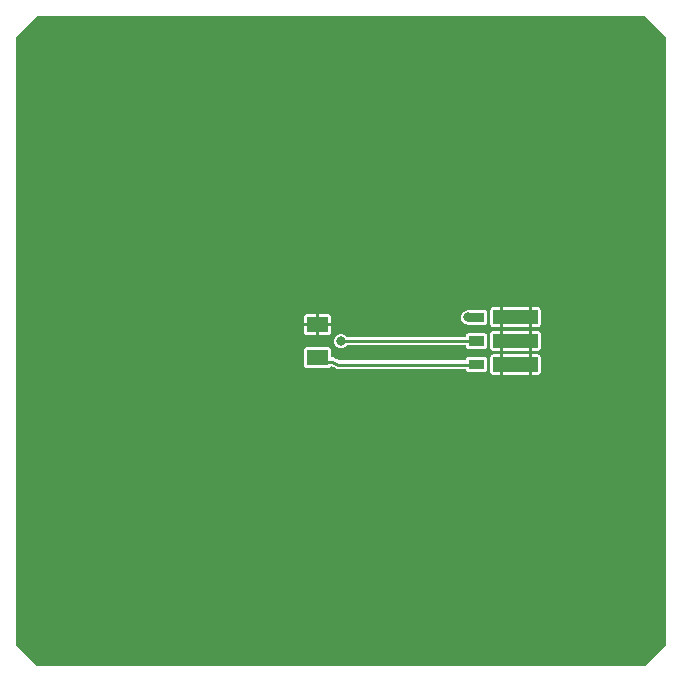
<source format=gbr>
G04 start of page 3 for group 3 idx 3 *
G04 Title: HERTZ_LP, backside *
G04 Creator: pcb v4.0.2-gafeb62a8 *
G04 CreationDate: Tue Feb  6 10:28:40 2018 UTC *
G04 For: stephan *
G04 Format: Gerber/RS-274X *
G04 PCB-Dimensions (mil): 2362.20 2362.20 *
G04 PCB-Coordinate-Origin: lower left *
%MOIN*%
%FSLAX25Y25*%
%LNBACKSIDE*%
%ADD22C,0.0118*%
%ADD21C,0.0945*%
%ADD20C,0.0315*%
%ADD19C,0.1142*%
%ADD18C,0.0098*%
%ADD17C,0.0001*%
G54D17*G36*
X176260Y226378D02*X219488D01*
X226378Y219488D01*
Y16732D01*
X219488Y9843D01*
X176260D01*
Y106879D01*
X183779Y106883D01*
X183932Y106920D01*
X184077Y106980D01*
X184212Y107063D01*
X184331Y107165D01*
X184434Y107284D01*
X184516Y107419D01*
X184576Y107564D01*
X184613Y107717D01*
X184622Y107874D01*
X184613Y112755D01*
X184576Y112908D01*
X184516Y113054D01*
X184434Y113188D01*
X184331Y113308D01*
X184212Y113410D01*
X184077Y113492D01*
X183932Y113552D01*
X183779Y113589D01*
X183622Y113598D01*
X176260Y113594D01*
Y114753D01*
X183779Y114757D01*
X183932Y114794D01*
X184077Y114854D01*
X184212Y114937D01*
X184331Y115039D01*
X184434Y115158D01*
X184516Y115293D01*
X184576Y115438D01*
X184613Y115591D01*
X184622Y115748D01*
X184613Y120629D01*
X184576Y120782D01*
X184516Y120928D01*
X184434Y121062D01*
X184331Y121182D01*
X184212Y121284D01*
X184077Y121366D01*
X183932Y121426D01*
X183779Y121463D01*
X183622Y121472D01*
X176260Y121468D01*
Y122627D01*
X183779Y122631D01*
X183932Y122668D01*
X184077Y122728D01*
X184212Y122811D01*
X184331Y122913D01*
X184434Y123032D01*
X184516Y123167D01*
X184576Y123312D01*
X184613Y123465D01*
X184622Y123622D01*
X184613Y128503D01*
X184576Y128656D01*
X184516Y128802D01*
X184434Y128936D01*
X184331Y129056D01*
X184212Y129158D01*
X184077Y129240D01*
X183932Y129300D01*
X183779Y129337D01*
X183622Y129346D01*
X176260Y129342D01*
Y226378D01*
G37*
G36*
X162449D02*X176260D01*
Y129342D01*
X168741Y129337D01*
X168588Y129300D01*
X168442Y129240D01*
X168308Y129158D01*
X168188Y129056D01*
X168086Y128936D01*
X168004Y128802D01*
X167944Y128656D01*
X167907Y128503D01*
X167898Y128346D01*
X167907Y123465D01*
X167944Y123312D01*
X168004Y123167D01*
X168086Y123032D01*
X168188Y122913D01*
X168308Y122811D01*
X168442Y122728D01*
X168588Y122668D01*
X168741Y122631D01*
X168898Y122622D01*
X176260Y122627D01*
Y121468D01*
X168741Y121463D01*
X168588Y121426D01*
X168442Y121366D01*
X168308Y121284D01*
X168188Y121182D01*
X168086Y121062D01*
X168004Y120928D01*
X167944Y120782D01*
X167907Y120629D01*
X167898Y120472D01*
X167907Y115591D01*
X167944Y115438D01*
X168004Y115293D01*
X168086Y115158D01*
X168188Y115039D01*
X168308Y114937D01*
X168442Y114854D01*
X168588Y114794D01*
X168741Y114757D01*
X168898Y114748D01*
X176260Y114753D01*
Y113594D01*
X168741Y113589D01*
X168588Y113552D01*
X168442Y113492D01*
X168308Y113410D01*
X168188Y113308D01*
X168086Y113188D01*
X168004Y113054D01*
X167944Y112908D01*
X167907Y112755D01*
X167898Y112598D01*
X167907Y107717D01*
X167944Y107564D01*
X168004Y107419D01*
X168086Y107284D01*
X168188Y107165D01*
X168308Y107063D01*
X168442Y106980D01*
X168588Y106920D01*
X168741Y106883D01*
X168898Y106874D01*
X176260Y106879D01*
Y9843D01*
X162449D01*
Y107664D01*
X165992Y107671D01*
X166145Y107707D01*
X166290Y107768D01*
X166424Y107850D01*
X166544Y107952D01*
X166646Y108072D01*
X166728Y108206D01*
X166789Y108351D01*
X166825Y108504D01*
X166835Y108661D01*
X166825Y111968D01*
X166789Y112121D01*
X166728Y112266D01*
X166646Y112401D01*
X166544Y112520D01*
X166424Y112623D01*
X166290Y112705D01*
X166145Y112765D01*
X165992Y112802D01*
X165835Y112811D01*
X162449Y112805D01*
Y115539D01*
X165992Y115545D01*
X166145Y115581D01*
X166290Y115642D01*
X166424Y115724D01*
X166544Y115826D01*
X166646Y115946D01*
X166728Y116080D01*
X166789Y116225D01*
X166825Y116379D01*
X166835Y116535D01*
X166825Y119842D01*
X166789Y119995D01*
X166728Y120140D01*
X166646Y120275D01*
X166544Y120394D01*
X166424Y120497D01*
X166290Y120579D01*
X166145Y120639D01*
X165992Y120676D01*
X165835Y120685D01*
X162449Y120679D01*
Y123413D01*
X165992Y123419D01*
X166145Y123455D01*
X166290Y123516D01*
X166424Y123598D01*
X166544Y123700D01*
X166646Y123820D01*
X166728Y123954D01*
X166789Y124099D01*
X166825Y124253D01*
X166835Y124409D01*
X166825Y127716D01*
X166789Y127869D01*
X166728Y128014D01*
X166646Y128149D01*
X166544Y128268D01*
X166424Y128371D01*
X166290Y128453D01*
X166145Y128513D01*
X165992Y128550D01*
X165835Y128559D01*
X162449Y128553D01*
Y226378D01*
G37*
G36*
X110236Y109118D02*X113893Y109122D01*
X114045Y109159D01*
X114190Y109219D01*
X114324Y109301D01*
X114443Y109403D01*
X114545Y109522D01*
X114627Y109656D01*
X114664Y109744D01*
X114809D01*
X116409Y108944D01*
X116454Y108917D01*
X116668Y108828D01*
X116674Y108826D01*
X116679Y108824D01*
X116787Y108799D01*
X116894Y108774D01*
X116899Y108773D01*
X116905Y108772D01*
X117137Y108755D01*
X117189Y108760D01*
X159694D01*
X159694Y108504D01*
X159731Y108351D01*
X159791Y108206D01*
X159874Y108072D01*
X159976Y107952D01*
X160095Y107850D01*
X160230Y107768D01*
X160375Y107707D01*
X160528Y107671D01*
X160685Y107661D01*
X162449Y107664D01*
Y9843D01*
X110236D01*
Y109118D01*
G37*
G36*
Y226378D02*X162449D01*
Y128553D01*
X160528Y128550D01*
X160375Y128513D01*
X160230Y128453D01*
X160095Y128371D01*
X160033Y128318D01*
X159701Y128238D01*
X159357Y128095D01*
X159040Y127901D01*
X158758Y127660D01*
X158516Y127377D01*
X158322Y127060D01*
X158180Y126716D01*
X158093Y126355D01*
X158064Y125984D01*
X158093Y125614D01*
X158180Y125252D01*
X158322Y124909D01*
X158516Y124592D01*
X158758Y124309D01*
X159040Y124067D01*
X159357Y123873D01*
X159701Y123731D01*
X160033Y123651D01*
X160095Y123598D01*
X160230Y123516D01*
X160375Y123455D01*
X160528Y123419D01*
X160685Y123409D01*
X162449Y123413D01*
Y120679D01*
X160528Y120676D01*
X160375Y120639D01*
X160230Y120579D01*
X160095Y120497D01*
X159976Y120394D01*
X159874Y120275D01*
X159791Y120140D01*
X159731Y119995D01*
X159694Y119842D01*
X159685Y119685D01*
X159685Y119587D01*
X119956D01*
X119786Y119786D01*
X119503Y120027D01*
X119186Y120221D01*
X118842Y120364D01*
X118481Y120451D01*
X118110Y120480D01*
X117740Y120451D01*
X117378Y120364D01*
X117035Y120221D01*
X116717Y120027D01*
X116435Y119786D01*
X116193Y119503D01*
X115999Y119186D01*
X115857Y118842D01*
X115770Y118481D01*
X115741Y118110D01*
X115770Y117740D01*
X115857Y117378D01*
X115999Y117035D01*
X116193Y116717D01*
X116435Y116435D01*
X116717Y116193D01*
X117035Y115999D01*
X117378Y115857D01*
X117740Y115770D01*
X118110Y115741D01*
X118481Y115770D01*
X118842Y115857D01*
X119186Y115999D01*
X119503Y116193D01*
X119786Y116435D01*
X119956Y116634D01*
X159694D01*
X159694Y116379D01*
X159731Y116225D01*
X159791Y116080D01*
X159874Y115946D01*
X159976Y115826D01*
X160095Y115724D01*
X160230Y115642D01*
X160375Y115581D01*
X160528Y115545D01*
X160685Y115535D01*
X162449Y115539D01*
Y112805D01*
X160528Y112802D01*
X160375Y112765D01*
X160230Y112705D01*
X160095Y112623D01*
X159976Y112520D01*
X159874Y112401D01*
X159791Y112266D01*
X159731Y112121D01*
X159694Y111968D01*
X159685Y111811D01*
X159685Y111713D01*
X117475D01*
X115874Y112513D01*
X115830Y112540D01*
X115615Y112629D01*
X115609Y112630D01*
X115604Y112632D01*
X115496Y112657D01*
X115389Y112683D01*
X115384Y112683D01*
X115378Y112685D01*
X115146Y112701D01*
X115094Y112697D01*
X114729D01*
X114724Y115267D01*
X114687Y115419D01*
X114627Y115564D01*
X114545Y115698D01*
X114443Y115817D01*
X114324Y115919D01*
X114190Y116001D01*
X114045Y116061D01*
X113893Y116098D01*
X113736Y116107D01*
X110236Y116103D01*
Y120118D01*
X113893Y120122D01*
X114045Y120159D01*
X114190Y120219D01*
X114324Y120301D01*
X114443Y120403D01*
X114545Y120522D01*
X114627Y120656D01*
X114687Y120801D01*
X114724Y120954D01*
X114733Y121110D01*
X114724Y126267D01*
X114687Y126419D01*
X114627Y126564D01*
X114545Y126698D01*
X114443Y126817D01*
X114324Y126919D01*
X114190Y127001D01*
X114045Y127061D01*
X113893Y127098D01*
X113736Y127107D01*
X110236Y127103D01*
Y226378D01*
G37*
G36*
X9843Y219488D02*X16732Y226378D01*
X110236D01*
Y127103D01*
X106580Y127098D01*
X106427Y127061D01*
X106282Y127001D01*
X106148Y126919D01*
X106029Y126817D01*
X105927Y126698D01*
X105845Y126564D01*
X105785Y126419D01*
X105748Y126267D01*
X105739Y126110D01*
X105748Y120954D01*
X105785Y120801D01*
X105845Y120656D01*
X105927Y120522D01*
X106029Y120403D01*
X106148Y120301D01*
X106282Y120219D01*
X106427Y120159D01*
X106580Y120122D01*
X106736Y120113D01*
X110236Y120118D01*
Y116103D01*
X106580Y116098D01*
X106427Y116061D01*
X106282Y116001D01*
X106148Y115919D01*
X106029Y115817D01*
X105927Y115698D01*
X105845Y115564D01*
X105785Y115419D01*
X105748Y115267D01*
X105739Y115110D01*
X105748Y109954D01*
X105785Y109801D01*
X105845Y109656D01*
X105927Y109522D01*
X106029Y109403D01*
X106148Y109301D01*
X106282Y109219D01*
X106427Y109159D01*
X106580Y109122D01*
X106736Y109113D01*
X110236Y109118D01*
Y9843D01*
X16732D01*
X9843Y16732D01*
Y219488D01*
G37*
G54D18*X171260Y137795D02*Y98425D01*
X181102Y137795D02*Y98425D01*
X163260Y118110D02*X118110D01*
X164370Y110236D02*X117126D01*
X115157Y111220D01*
X115354Y123622D02*X105118D01*
X110236Y119685D02*Y127559D01*
X115157Y111220D02*X110642D01*
G54D17*G36*
X106736Y115110D02*Y110110D01*
X113736D01*
Y115110D01*
X106736D01*
G37*
G36*
X160685Y127559D02*Y124409D01*
X165835D01*
Y127559D01*
X160685D01*
G37*
G36*
X168898Y128346D02*Y123622D01*
X183622D01*
Y128346D01*
X168898D01*
G37*
G36*
X160685Y119685D02*Y116535D01*
X165835D01*
Y119685D01*
X160685D01*
G37*
G36*
X168898Y120472D02*Y115748D01*
X183622D01*
Y120472D01*
X168898D01*
G37*
G36*
X160685Y111811D02*Y108661D01*
X165835D01*
Y111811D01*
X160685D01*
G37*
G36*
X168898Y112598D02*Y107874D01*
X183622D01*
Y112598D01*
X168898D01*
G37*
G36*
X106736Y126110D02*Y121110D01*
X113736D01*
Y126110D01*
X106736D01*
G37*
G54D19*X19685Y216535D03*
X216535D03*
X19685Y19685D03*
X216535D03*
G54D20*X118110Y118110D03*
X160433Y125984D03*
G54D21*G54D22*M02*

</source>
